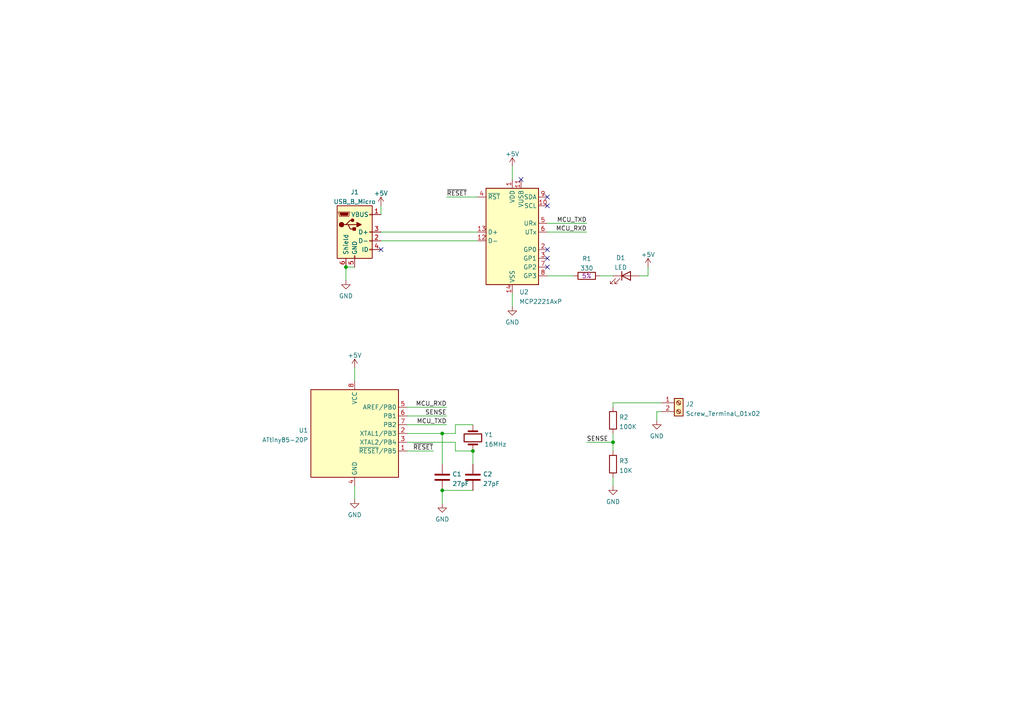
<source format=kicad_sch>
(kicad_sch (version 20211123) (generator eeschema)
  (paper "A4")
  (title_block (title "USB Oscilloscope") (date "2022-02-13") (rev "0.1") (company "Matthew Nickson") (comment 1 "Licence: CC-BY-SA-4.0"))
  (lib_symbols
    (symbol "Connector:Screw_Terminal_01x02" (pin_names (offset 1.016) hide)
      (property "Reference" "J" (at 0 2.54 0))
      (property "Value" "Screw_Terminal_01x02" (at 0 -5.08 0))
      (symbol "Screw_Terminal_01x02_1_1"
        (rectangle (start -1.27 1.27) (end 1.27 -3.81) (stroke (width 0.254)) (fill (type background)))
        (circle (center 0 -2.54) (radius 0.635) (stroke (width 0.1524)))
        (polyline (pts (xy -0.5334 -2.2098) (xy 0.3302 -3.048)) (stroke (width 0.1524)))
        (polyline (pts (xy -0.5334 0.3302) (xy 0.3302 -0.508)) (stroke (width 0.1524)))
        (polyline (pts (xy -0.3556 -2.032) (xy 0.508 -2.8702)) (stroke (width 0.1524)))
        (polyline (pts (xy -0.3556 0.508) (xy 0.508 -0.3302)) (stroke (width 0.1524)))
        (circle (center 0 0) (radius 0.635) (stroke (width 0.1524)))
        (pin passive line (at -5.08 0 0) (length 3.81) (name "Pin_1") (number "1"))
        (pin passive line (at -5.08 -2.54 0) (length 3.81) (name "Pin_2") (number "2"))
      )
    )
    (symbol "Connector:USB_B_Micro" (pin_names (offset 1.016))
      (property "Reference" "J" (at -5.08 11.43 0))
      (property "Value" "USB_B_Micro" (at -5.08 8.89 0))
      (symbol "USB_B_Micro_0_1"
        (rectangle (start -5.08 -7.62) (end 5.08 7.62) (stroke (width 0.254)) (fill (type background)))
        (circle (center -3.81 2.159) (radius 0.635) (stroke (width 0.254)) (fill (type outline)))
        (circle (center -0.635 3.429) (radius 0.381) (stroke (width 0.254)) (fill (type outline)))
        (rectangle (start -0.127 -7.62) (end 0.127 -6.858))
        (polyline (pts (xy -1.905 2.159) (xy 0.635 2.159)) (stroke (width 0.254)))
        (polyline (pts (xy -3.175 2.159) (xy -2.54 2.159) (xy -1.27 3.429) (xy -0.635 3.429)) (stroke (width 0.254)))
        (polyline (pts (xy -2.54 2.159) (xy -1.905 2.159) (xy -1.27 0.889) (xy 0 0.889)) (stroke (width 0.254)))
        (polyline (pts (xy 0.635 2.794) (xy 0.635 1.524) (xy 1.905 2.159) (xy 0.635 2.794)) (stroke (width 0.254)) (fill (type outline)))
        (polyline (pts (xy -4.318 5.588) (xy -1.778 5.588) (xy -2.032 4.826) (xy -4.064 4.826) (xy -4.318 5.588)) (fill (type outline)))
        (polyline (pts (xy -4.699 5.842) (xy -4.699 5.588) (xy -4.445 4.826) (xy -4.445 4.572) (xy -1.651 4.572) (xy -1.651 4.826) (xy -1.397 5.588) (xy -1.397 5.842) (xy -4.699 5.842)))
        (rectangle (start 0.254 1.27) (end -0.508 0.508) (stroke (width 0.254)) (fill (type outline)))
        (rectangle (start 5.08 -5.207) (end 4.318 -4.953))
        (rectangle (start 5.08 -2.667) (end 4.318 -2.413))
        (rectangle (start 5.08 -0.127) (end 4.318 0.127))
        (rectangle (start 5.08 4.953) (end 4.318 5.207))
      )
      (symbol "USB_B_Micro_1_1"
        (pin power_out line (at 7.62 5.08 180) (length 2.54) (name "VBUS") (number "1"))
        (pin bidirectional line (at 7.62 -2.54 180) (length 2.54) (name "D-") (number "2"))
        (pin bidirectional line (at 7.62 0 180) (length 2.54) (name "D+") (number "3"))
        (pin passive line (at 7.62 -5.08 180) (length 2.54) (name "ID") (number "4"))
        (pin power_out line (at 0 -10.16 90) (length 2.54) (name "GND") (number "5"))
        (pin passive line (at -2.54 -10.16 90) (length 2.54) (name "Shield") (number "6"))
      )
    )
    (symbol "Device:C" (pin_numbers hide) (pin_names (offset 0.254))
      (property "Reference" "C" (at 0.635 2.54 0))
      (property "Value" "C" (at 0.635 -2.54 0))
      (symbol "C_0_1"
        (polyline (pts (xy -2.032 -0.762) (xy 2.032 -0.762)) (stroke (width 0.508)))
        (polyline (pts (xy -2.032 0.762) (xy 2.032 0.762)) (stroke (width 0.508)))
      )
      (symbol "C_1_1"
        (pin passive line (at 0 3.81 270) (length 2.794) (name "~") (number "1"))
        (pin passive line (at 0 -3.81 90) (length 2.794) (name "~") (number "2"))
      )
    )
    (symbol "Device:Crystal" (pin_numbers hide) (pin_names (offset 1.016) hide)
      (property "Reference" "Y" (at 0 3.81 0))
      (property "Value" "Crystal" (at 0 -3.81 0))
      (symbol "Crystal_0_1"
        (rectangle (start -1.143 2.54) (end 1.143 -2.54) (stroke (width 0.3048)))
        (polyline (pts (xy -2.54 0) (xy -1.905 0)))
        (polyline (pts (xy -1.905 -1.27) (xy -1.905 1.27)) (stroke (width 0.508)))
        (polyline (pts (xy 1.905 -1.27) (xy 1.905 1.27)) (stroke (width 0.508)))
        (polyline (pts (xy 2.54 0) (xy 1.905 0)))
      )
      (symbol "Crystal_1_1"
        (pin passive line (at -3.81 0 0) (length 1.27) (name "1") (number "1"))
        (pin passive line (at 3.81 0 180) (length 1.27) (name "2") (number "2"))
      )
    )
    (symbol "Device:LED" (pin_numbers hide) (pin_names (offset 1.016) hide)
      (property "Reference" "D" (at 0 2.54 0))
      (property "Value" "LED" (at 0 -2.54 0))
      (symbol "LED_0_1"
        (polyline (pts (xy -1.27 -1.27) (xy -1.27 1.27)) (stroke (width 0.254)))
        (polyline (pts (xy -1.27 0) (xy 1.27 0)))
        (polyline (pts (xy 1.27 -1.27) (xy 1.27 1.27) (xy -1.27 0) (xy 1.27 -1.27)) (stroke (width 0.254)))
        (polyline (pts (xy -3.048 -0.762) (xy -4.572 -2.286) (xy -3.81 -2.286) (xy -4.572 -2.286) (xy -4.572 -1.524)))
        (polyline (pts (xy -1.778 -0.762) (xy -3.302 -2.286) (xy -2.54 -2.286) (xy -3.302 -2.286) (xy -3.302 -1.524)))
      )
      (symbol "LED_1_1"
        (pin passive line (at -3.81 0 0) (length 2.54) (name "K") (number "1"))
        (pin passive line (at 3.81 0 180) (length 2.54) (name "A") (number "2"))
      )
    )
    (symbol "Device:R" (pin_numbers hide) (pin_names (offset 0))
      (property "Reference" "R" (at 2.032 0 90))
      (property "Value" "R" (at 0 0 90))
      (symbol "R_0_1"
        (rectangle (start -1.016 -2.54) (end 1.016 2.54) (stroke (width 0.254)))
      )
      (symbol "R_1_1"
        (pin passive line (at 0 3.81 270) (length 1.27) (name "~") (number "1"))
        (pin passive line (at 0 -3.81 90) (length 1.27) (name "~") (number "2"))
      )
    )
    (symbol "Interface_USB:MCP2221AxP"
      (property "Reference" "U" (at -7.62 16.51 0))
      (property "Value" "MCP2221AxP" (at 12.7 16.51 0))
      (symbol "MCP2221AxP_0_1"
        (rectangle (start -7.62 15.24) (end 7.62 -12.7) (stroke (width 0.254)) (fill (type background)))
      )
      (symbol "MCP2221AxP_1_1"
        (pin power_in line (at 0 17.78 270) (length 2.54) (name "VDD") (number "1"))
        (pin bidirectional line (at 10.16 10.16 180) (length 2.54) (name "SCL") (number "10"))
        (pin passive line (at 2.54 17.78 270) (length 2.54) (name "VUSB") (number "11"))
        (pin bidirectional line (at -10.16 0 0) (length 2.54) (name "D-") (number "12"))
        (pin bidirectional line (at -10.16 2.54 0) (length 2.54) (name "D+") (number "13"))
        (pin power_in line (at 0 -15.24 90) (length 2.54) (name "VSS") (number "14"))
        (pin bidirectional line (at 10.16 -2.54 180) (length 2.54) (name "GP0") (number "2"))
        (pin bidirectional line (at 10.16 -5.08 180) (length 2.54) (name "GP1") (number "3"))
        (pin input line (at -10.16 12.7 0) (length 2.54) (name "~{RST}") (number "4"))
        (pin input line (at 10.16 5.08 180) (length 2.54) (name "URx") (number "5"))
        (pin output line (at 10.16 2.54 180) (length 2.54) (name "UTx") (number "6"))
        (pin bidirectional line (at 10.16 -7.62 180) (length 2.54) (name "GP2") (number "7"))
        (pin bidirectional line (at 10.16 -10.16 180) (length 2.54) (name "GP3") (number "8"))
        (pin bidirectional line (at 10.16 12.7 180) (length 2.54) (name "SDA") (number "9"))
      )
    )
    (symbol "MCU_Microchip_ATtiny:ATtiny85-20P"
      (property "Reference" "U" (at -12.7 13.97 0))
      (property "Value" "ATtiny85-20P" (at 2.54 -13.97 0))
      (symbol "ATtiny85-20P_0_1"
        (rectangle (start -12.7 -12.7) (end 12.7 12.7) (stroke (width 0.254)) (fill (type background)))
      )
      (symbol "ATtiny85-20P_1_1"
        (pin bidirectional line (at 15.24 -5.08 180) (length 2.54) (name "~{RESET}/PB5") (number "1"))
        (pin bidirectional line (at 15.24 0 180) (length 2.54) (name "XTAL1/PB3") (number "2"))
        (pin bidirectional line (at 15.24 -2.54 180) (length 2.54) (name "XTAL2/PB4") (number "3"))
        (pin power_in line (at 0 -15.24 90) (length 2.54) (name "GND") (number "4"))
        (pin bidirectional line (at 15.24 7.62 180) (length 2.54) (name "AREF/PB0") (number "5"))
        (pin bidirectional line (at 15.24 5.08 180) (length 2.54) (name "PB1") (number "6"))
        (pin bidirectional line (at 15.24 2.54 180) (length 2.54) (name "PB2") (number "7"))
        (pin power_in line (at 0 15.24 270) (length 2.54) (name "VCC") (number "8"))
      )
    )
    (symbol "power:+5V" (power) (pin_names (offset 0))
      (property "Value" "+5V" (at 0 3.556 0))
      (symbol "+5V_0_1"
        (polyline (pts (xy -0.762 1.27) (xy 0 2.54)))
        (polyline (pts (xy 0 0) (xy 0 2.54)))
        (polyline (pts (xy 0 2.54) (xy 0.762 1.27)))
      )
      (symbol "+5V_1_1"
        (pin power_in line (at 0 0 90) (length 0) hide (name "+5V") (number "1"))
      )
    )
    (symbol "power:GND" (power) (pin_names (offset 0))
      (property "Value" "GND" (at 0 -3.81 0))
      (symbol "GND_0_1"
        (polyline (pts (xy 0 0) (xy 0 -1.27) (xy 1.27 -1.27) (xy 0 -2.54) (xy -1.27 -1.27) (xy 0 -1.27)))
      )
      (symbol "GND_1_1"
        (pin power_in line (at 0 0 270) (length 0) hide (name "GND") (number "1"))
      )
    )
  )
  (junction (at 128.27 125.73))
  (junction (at 177.8 128.27))
  (junction (at 137.16 130.81))
  (junction (at 100.33 77.47))
  (junction (at 128.27 142.24))
  (no_connect (at 158.75 57.15))
  (no_connect (at 158.75 72.39))
  (no_connect (at 158.75 59.69))
  (no_connect (at 158.75 77.47))
  (no_connect (at 158.75 74.93))
  (no_connect (at 151.13 52.07))
  (no_connect (at 110.49 72.39))
  (wire (pts (xy 118.11 130.81) (xy 125.73 130.81)))
  (wire (pts (xy 102.87 106.68) (xy 102.87 110.49)))
  (wire (pts (xy 132.08 123.19) (xy 137.16 123.19)))
  (wire (pts (xy 100.33 77.47) (xy 100.33 81.28)))
  (wire (pts (xy 110.49 69.85) (xy 138.43 69.85)))
  (wire (pts (xy 129.54 57.15) (xy 138.43 57.15)))
  (wire (pts (xy 118.11 125.73) (xy 128.27 125.73)))
  (wire (pts (xy 170.18 128.27) (xy 177.8 128.27)))
  (wire (pts (xy 190.5 119.38) (xy 190.5 121.92)))
  (wire (pts (xy 118.11 123.19) (xy 129.54 123.19)))
  (wire (pts (xy 191.77 119.38) (xy 190.5 119.38)))
  (wire (pts (xy 118.11 118.11) (xy 129.54 118.11)))
  (wire (pts (xy 177.8 128.27) (xy 177.8 130.81)))
  (wire (pts (xy 185.42 80.01) (xy 187.96 80.01)))
  (wire (pts (xy 128.27 125.73) (xy 128.27 134.62)))
  (wire (pts (xy 132.08 130.81) (xy 132.08 128.27)))
  (wire (pts (xy 110.49 67.31) (xy 138.43 67.31)))
  (wire (pts (xy 137.16 130.81) (xy 132.08 130.81)))
  (wire (pts (xy 132.08 125.73) (xy 132.08 123.19)))
  (wire (pts (xy 128.27 125.73) (xy 132.08 125.73)))
  (wire (pts (xy 177.8 138.43) (xy 177.8 140.97)))
  (wire (pts (xy 187.96 80.01) (xy 187.96 77.47)))
  (wire (pts (xy 128.27 142.24) (xy 128.27 146.05)))
  (wire (pts (xy 158.75 67.31) (xy 170.18 67.31)))
  (wire (pts (xy 132.08 128.27) (xy 118.11 128.27)))
  (wire (pts (xy 102.87 77.47) (xy 100.33 77.47)))
  (wire (pts (xy 158.75 80.01) (xy 166.37 80.01)))
  (wire (pts (xy 173.99 80.01) (xy 177.8 80.01)))
  (wire (pts (xy 102.87 140.97) (xy 102.87 144.78)))
  (wire (pts (xy 110.49 62.23) (xy 110.49 59.69)))
  (wire (pts (xy 158.75 64.77) (xy 170.18 64.77)))
  (wire (pts (xy 148.59 48.26) (xy 148.59 52.07)))
  (wire (pts (xy 137.16 130.81) (xy 137.16 134.62)))
  (wire (pts (xy 148.59 85.09) (xy 148.59 88.9)))
  (wire (pts (xy 177.8 125.73) (xy 177.8 128.27)))
  (wire (pts (xy 128.27 142.24) (xy 137.16 142.24)))
  (wire (pts (xy 177.8 118.11) (xy 177.8 116.84)))
  (wire (pts (xy 177.8 116.84) (xy 191.77 116.84)))
  (wire (pts (xy 118.11 120.65) (xy 129.54 120.65)))
  (label "MCU_RXD" (at 129.54 118.11 180))
  (label "~{RESET}" (at 129.54 57.15 0))
  (label "MCU_TXD" (at 170.18 64.77 180))
  (label "~{RESET}" (at 125.73 130.81 180))
  (label "MCU_RXD" (at 170.18 67.31 180))
  (label "MCU_TXD" (at 129.54 123.19 180))
  (label "SENSE" (at 129.54 120.65 180))
  (label "SENSE" (at 170.18 128.27 0))
  (symbol (lib_id "power:GND") (at 128.27 146.05 0) (unit 1)
    (property "Reference" "#PWR05" (effects hide))
    (property "Value" "GND" (at 128.27 150.6125 0))
  )
  (symbol (lib_id "Connector:Screw_Terminal_01x02") (at 196.85 116.84 0) (unit 1)
    (property "Reference" "J2" (at 198.882 117.2015 0) (effects (justify left)))
    (property "Value" "Screw_Terminal_01x02" (at 198.882 119.9766 0) (effects (justify left)))
    (property "Footprint" "TerminalBlock:TerminalBlock_bornier-2_P5.08mm" (effects hide))
  )
  (symbol (lib_id "Device:R") (at 170.18 80.01 270) (unit 1)
    (property "Reference" "R1" (at 170.18 75.0275 90))
    (property "Value" "330" (at 170.18 77.8026 90))
    (property "Footprint" "Resistor_THT:R_Axial_DIN0207_L6.3mm_D2.5mm_P7.62mm_Horizontal" (effects hide))
    (property "Tolerance" "5%" (at 170.18 80.01 90))
  )
  (symbol (lib_id "Connector:USB_B_Micro") (at 102.87 67.31 0) (unit 1)
    (property "Reference" "J1" (at 102.87 55.7235 0))
    (property "Value" "USB_B_Micro" (at 102.87 58.4986 0))
    (property "Footprint" "Connector_PinHeader_2.54mm:PinHeader_1x05_P2.54mm_Horizontal" (effects hide))
  )
  (symbol (lib_id "power:+5V") (at 187.96 77.47 0) (unit 1)
    (property "Reference" "#PWR09" (effects hide))
    (property "Value" "+5V" (at 187.96 73.8655 0))
  )
  (symbol (lib_id "Device:R") (at 177.8 121.92 0) (unit 1)
    (property "Reference" "R2" (at 179.578 121.0115 0) (effects (justify left)))
    (property "Value" "100K" (at 179.578 123.7866 0) (effects (justify left)))
    (property "Footprint" "Resistor_THT:R_Axial_DIN0207_L6.3mm_D2.5mm_P7.62mm_Horizontal" (effects hide))
  )
  (symbol (lib_id "Device:LED") (at 181.61 80.01 0) (unit 1)
    (property "Reference" "D1" (at 180.0225 74.7735 0))
    (property "Value" "LED" (at 180.0225 77.5486 0))
    (property "Footprint" "LED_THT:LED_D5.0mm" (effects hide))
  )
  (symbol (lib_id "power:+5V") (at 110.49 59.69 0) (unit 1)
    (property "Reference" "#PWR04" (effects hide))
    (property "Value" "+5V" (at 110.49 56.0855 0))
  )
  (symbol (lib_id "power:+5V") (at 148.59 48.26 0) (unit 1)
    (property "Reference" "#PWR06" (effects hide))
    (property "Value" "+5V" (at 148.59 44.6555 0))
  )
  (symbol (lib_id "power:+5V") (at 102.87 106.68 0) (unit 1)
    (property "Reference" "#PWR02" (effects hide))
    (property "Value" "+5V" (at 102.87 103.0755 0))
  )
  (symbol (lib_id "Interface_USB:MCP2221AxP") (at 148.59 69.85 0) (unit 1)
    (property "Reference" "U2" (at 150.6094 84.6995 0) (effects (justify left)))
    (property "Value" "MCP2221AxP" (at 150.6094 87.4746 0) (effects (justify left)))
    (property "Footprint" "Package_DIP:DIP-14_W7.62mm" (effects hide))
    (property "Datasheet" "http://ww1.microchip.com/downloads/en/DeviceDoc/20005565B.pdf" (effects hide))
  )
  (symbol (lib_id "power:GND") (at 177.8 140.97 0) (unit 1)
    (property "Reference" "#PWR08" (effects hide))
    (property "Value" "GND" (at 177.8 145.5325 0))
  )
  (symbol (lib_id "power:GND") (at 100.33 81.28 0) (unit 1)
    (property "Reference" "#PWR01" (effects hide))
    (property "Value" "GND" (at 100.33 85.8425 0))
  )
  (symbol (lib_id "power:GND") (at 148.59 88.9 0) (unit 1)
    (property "Reference" "#PWR07" (effects hide))
    (property "Value" "GND" (at 148.59 93.4625 0))
  )
  (symbol (lib_id "Device:C") (at 128.27 138.43 180) (unit 1)
    (property "Reference" "C1" (at 131.191 137.5215 0) (effects (justify right)))
    (property "Value" "27pF" (at 131.191 140.2966 0) (effects (justify right)))
    (property "Footprint" "Capacitor_THT:C_Disc_D5.0mm_W2.5mm_P5.00mm" (effects hide))
  )
  (symbol (lib_id "power:GND") (at 190.5 121.92 0) (unit 1)
    (property "Reference" "#PWR010" (effects hide))
    (property "Value" "GND" (at 190.5 126.4825 0))
  )
  (symbol (lib_id "Device:R") (at 177.8 134.62 0) (unit 1)
    (property "Reference" "R3" (at 179.578 133.7115 0) (effects (justify left)))
    (property "Value" "10K" (at 179.578 136.4866 0) (effects (justify left)))
    (property "Footprint" "Resistor_THT:R_Axial_DIN0207_L6.3mm_D2.5mm_P7.62mm_Horizontal" (effects hide))
  )
  (symbol (lib_id "Device:Crystal") (at 137.16 127 90) (unit 1)
    (property "Reference" "Y1" (at 140.4874 126.0915 90) (effects (justify right)))
    (property "Value" "16MHz" (at 140.4874 128.8666 90) (effects (justify right)))
    (property "Footprint" "Crystal:Crystal_HC18-U_Horizontal" (effects hide))
  )
  (symbol (lib_id "MCU_Microchip_ATtiny:ATtiny85-20P") (at 102.87 125.73 0) (unit 1)
    (property "Reference" "U1" (at 89.408 124.8215 0) (effects (justify right)))
    (property "Value" "ATtiny85-20P" (at 89.408 127.5966 0) (effects (justify right)))
    (property "Footprint" "Package_DIP:DIP-8_W7.62mm" (effects hide))
    (property "Datasheet" "http://ww1.microchip.com/downloads/en/DeviceDoc/atmel-2586-avr-8-bit-microcontroller-attiny25-attiny45-attiny85_datasheet.pdf" (effects hide))
  )
  (symbol (lib_id "power:GND") (at 102.87 144.78 0) (unit 1)
    (property "Reference" "#PWR03" (effects hide))
    (property "Value" "GND" (at 102.87 149.3425 0))
  )
  (symbol (lib_id "Device:C") (at 137.16 138.43 180) (unit 1)
    (property "Reference" "C2" (at 140.081 137.5215 0) (effects (justify right)))
    (property "Value" "27pF" (at 140.081 140.2966 0) (effects (justify right)))
    (property "Footprint" "Capacitor_THT:C_Disc_D5.0mm_W2.5mm_P5.00mm" (effects hide))
  )
)
</source>
